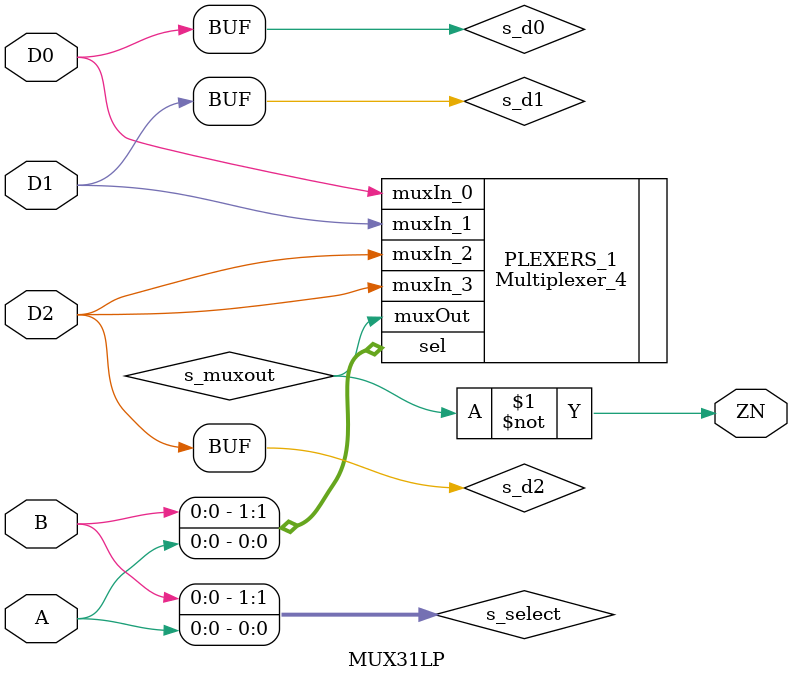
<source format=v>

/******************************************************************************
 **                                                                          **
 ** Component : MUX31LP                                                      **
 **                                                                          **
 ** Manually cleaned up from logisim generator that creates wires not used.. **
 *****************************************************************************/

module MUX31LP( input A,
                input B,
                input D0,
                input D1,
                input D2,
                output ZN );

   wire [1:0] s_select;
   wire       s_d0;
   wire       s_d1;
   wire       s_d2;         

   wire       s_muxout;   

   assign s_select[0]   = A;
   assign s_select[1]   = B;
   assign s_d0          = D0;   
   assign s_d1          = D1;
   assign s_d2          = D2;

   assign ZN = ~s_muxout;


   Multiplexer_4   PLEXERS_1 (
                              .muxIn_0(s_d0),
                              .muxIn_1(s_d1),
                              .muxIn_2(s_d2),
                              .muxIn_3(s_d2),
                              .muxOut(s_muxout),
                              .sel(s_select[1:0]));


endmodule

</source>
